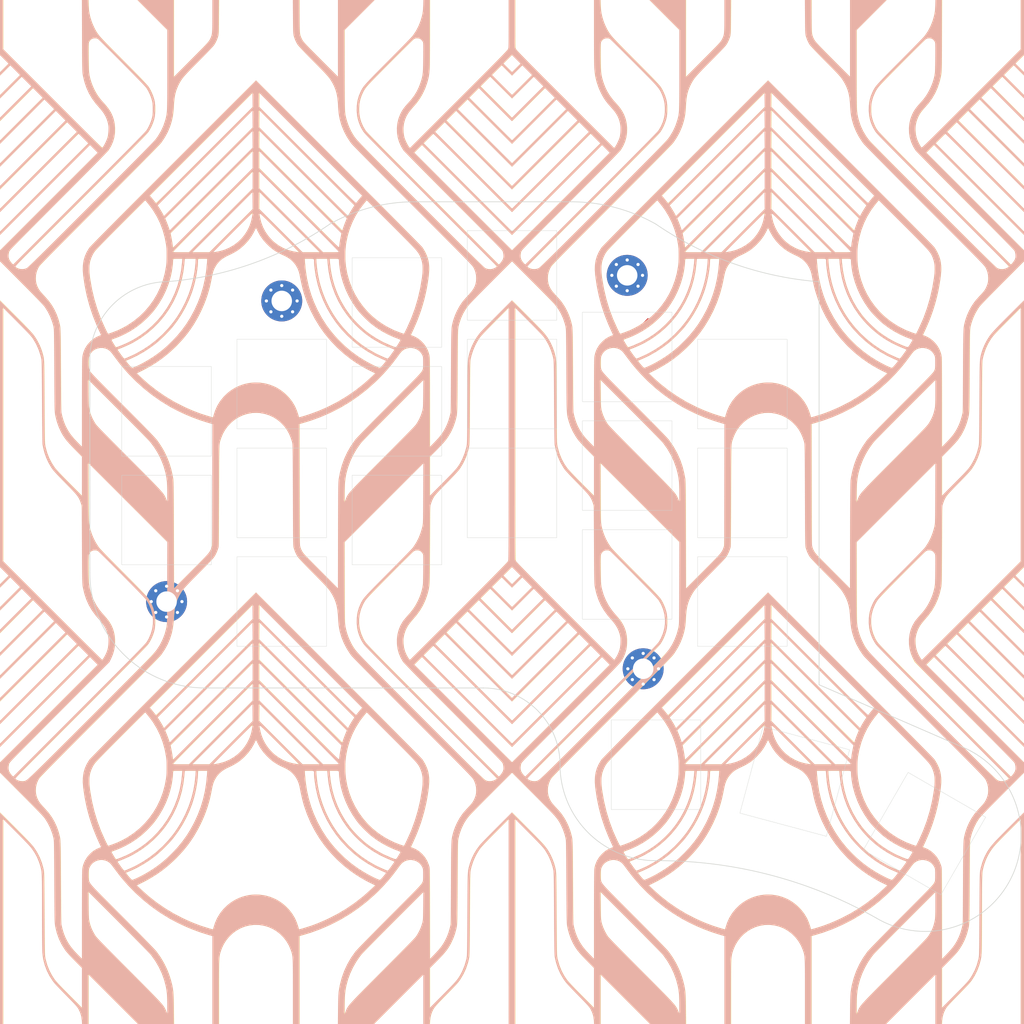
<source format=kicad_pcb>
(kicad_pcb (version 20211014) (generator pcbnew)
  (layers (0 "F.Cu" signal) (31 "B.Cu" signal) (34 "B.Paste" user) (35 "F.Paste" user) (36 "B.SilkS" user "B.Silkscreen") (37 "F.SilkS" user "F.Silkscreen") (38 "B.Mask" user) (39 "F.Mask" user) (44 "Edge.Cuts" user))
  (net 0 "")
  (footprint "MountingHole:MountingHole_3.2mm_M3_Pad_Via" (layer "F.Cu") (at 105 54)
    (fp_text reference "REF**" hide)
    (fp_text value "MountingHole_3.2mm_M3_Pad_Via" hide)
    (pad "1" thru_hole circle (at -2.4 0) (size 0.8 0.8) (drill 0.5) (layers *.Cu *.Mask))
    (pad "1" thru_hole circle (at 0 0) (size 6.4 6.4) (drill 3.2) (layers *.Cu *.Mask))
    (pad "1" thru_hole circle (at -1.697056 1.697056) (size 0.8 0.8) (drill 0.5) (layers *.Cu *.Mask))
    (pad "1" thru_hole circle (at 1.697056 1.697056) (size 0.8 0.8) (drill 0.5) (layers *.Cu *.Mask))
    (pad "1" thru_hole circle (at 0 2.4) (size 0.8 0.8) (drill 0.5) (layers *.Cu *.Mask))
    (pad "1" thru_hole circle (at 2.4 0) (size 0.8 0.8) (drill 0.5) (layers *.Cu *.Mask))
    (pad "1" thru_hole circle (at 0 -2.4) (size 0.8 0.8) (drill 0.5) (layers *.Cu *.Mask))
    (pad "1" thru_hole circle (at -1.697056 -1.697056) (size 0.8 0.8) (drill 0.5) (layers *.Cu *.Mask))
    (pad "1" thru_hole circle (at 1.697056 -1.697056) (size 0.8 0.8) (drill 0.5) (layers *.Cu *.Mask))
  )
  (footprint "MountingHole:MountingHole_3.2mm_M3_Pad_Via" (layer "F.Cu") (at 33 105)
    (fp_text reference "REF**" hide)
    (fp_text value "MountingHole_3.2mm_M3_Pad_Via" hide)
    (pad "1" thru_hole circle (at 1.697056 1.697056) (size 0.8 0.8) (drill 0.5) (layers *.Cu *.Mask))
    (pad "1" thru_hole circle (at 0 2.4) (size 0.8 0.8) (drill 0.5) (layers *.Cu *.Mask))
    (pad "1" thru_hole circle (at 0 0) (size 6.4 6.4) (drill 3.2) (layers *.Cu *.Mask))
    (pad "1" thru_hole circle (at -2.4 0) (size 0.8 0.8) (drill 0.5) (layers *.Cu *.Mask))
    (pad "1" thru_hole circle (at 1.697056 -1.697056) (size 0.8 0.8) (drill 0.5) (layers *.Cu *.Mask))
    (pad "1" thru_hole circle (at -1.697056 1.697056) (size 0.8 0.8) (drill 0.5) (layers *.Cu *.Mask))
    (pad "1" thru_hole circle (at 0 -2.4) (size 0.8 0.8) (drill 0.5) (layers *.Cu *.Mask))
    (pad "1" thru_hole circle (at -1.697056 -1.697056) (size 0.8 0.8) (drill 0.5) (layers *.Cu *.Mask))
    (pad "1" thru_hole circle (at 2.4 0) (size 0.8 0.8) (drill 0.5) (layers *.Cu *.Mask))
  )
  (footprint "MountingHole:MountingHole_3.2mm_M3_Pad_Via" (layer "F.Cu") (at 51 58)
    (fp_text reference "REF**" hide)
    (fp_text value "MountingHole_3.2mm_M3_Pad_Via" hide)
    (pad "1" thru_hole circle (at 0 0) (size 6.4 6.4) (drill 3.2) (layers *.Cu *.Mask))
    (pad "1" thru_hole circle (at 1.697056 -1.697056) (size 0.8 0.8) (drill 0.5) (layers *.Cu *.Mask))
    (pad "1" thru_hole circle (at 2.4 0) (size 0.8 0.8) (drill 0.5) (layers *.Cu *.Mask))
    (pad "1" thru_hole circle (at -1.697056 1.697056) (size 0.8 0.8) (drill 0.5) (layers *.Cu *.Mask))
    (pad "1" thru_hole circle (at 0 -2.4) (size 0.8 0.8) (drill 0.5) (layers *.Cu *.Mask))
    (pad "1" thru_hole circle (at 0 2.4) (size 0.8 0.8) (drill 0.5) (layers *.Cu *.Mask))
    (pad "1" thru_hole circle (at 1.697056 1.697056) (size 0.8 0.8) (drill 0.5) (layers *.Cu *.Mask))
    (pad "1" thru_hole circle (at -1.697056 -1.697056) (size 0.8 0.8) (drill 0.5) (layers *.Cu *.Mask))
    (pad "1" thru_hole circle (at -2.4 0) (size 0.8 0.8) (drill 0.5) (layers *.Cu *.Mask))
  )
  (footprint "MountingHole:MountingHole_3.2mm_M3_Pad_Via" (layer "F.Cu") (at 107.5 115.5)
    (fp_text reference "REF**" hide)
    (fp_text value "MountingHole_3.2mm_M3_Pad_Via" hide)
    (pad "1" thru_hole circle (at -2.4 0) (size 0.8 0.8) (drill 0.5) (layers *.Cu *.Mask))
    (pad "1" thru_hole circle (at -1.697056 -1.697056) (size 0.8 0.8) (drill 0.5) (layers *.Cu *.Mask))
    (pad "1" thru_hole circle (at 0 -2.4) (size 0.8 0.8) (drill 0.5) (layers *.Cu *.Mask))
    (pad "1" thru_hole circle (at 1.697056 -1.697056) (size 0.8 0.8) (drill 0.5) (layers *.Cu *.Mask))
    (pad "1" thru_hole circle (at 0 2.4) (size 0.8 0.8) (drill 0.5) (layers *.Cu *.Mask))
    (pad "1" thru_hole circle (at 0 0) (size 6.4 6.4) (drill 3.2) (layers *.Cu *.Mask))
    (pad "1" thru_hole circle (at 2.4 0) (size 0.8 0.8) (drill 0.5) (layers *.Cu *.Mask))
    (pad "1" thru_hole circle (at 1.697056 1.697056) (size 0.8 0.8) (drill 0.5) (layers *.Cu *.Mask))
    (pad "1" thru_hole circle (at -1.697056 1.697056) (size 0.8 0.8) (drill 0.5) (layers *.Cu *.Mask))
  )
  (footprint "LOGO" (layer "F.Cu") (at 87 91)
    (fp_text reference "G***" hide)
    (fp_text value "LOGO" hide)
  )
  (footprint "LOGO" (layer "B.Cu") (at 87 91 180)
    (fp_text reference "G***" hide)
    (fp_text value "LOGO" hide)
  )
  (gr_rect (start 98 93.75) (end 112 107.75) (layer "Edge.Cuts") (width 0.05) (fill none))
  (gr_rect (start 44 64) (end 58 78) (layer "Edge.Cuts") (width 0.05) (fill none))
  (gr_rect (start 62 85.25) (end 76 99.25) (layer "Edge.Cuts") (width 0.05) (fill none))
  (gr_line (start 72.000022 42.499978) (end 96.000022 42.499978) (layer "Edge.Cuts") (width 0.1))
  (gr_rect (start 62 68.25) (end 76 82.25) (layer "Edge.Cuts") (width 0.05) (fill none))
  (gr_arc (start 58.500022 45.999978) (mid 46.342603 52.175696) (end 33.000022 54.989566) (layer "Edge.Cuts") (width 0.1))
  (gr_poly (pts (xy 126.239689 124.54116) (xy 139.762651 128.164626) (xy 136.139184 141.687588) (xy 122.616223 138.064122)) (layer "Edge.Cuts") (width 0.05) (fill none))
  (gr_arc (start 58.500022 45.999978) (mid 65.01963 43.361324) (end 72.000022 42.499978) (layer "Edge.Cuts") (width 0.1))
  (gr_arc (start 135.000022 54.999978) (mid 121.657586 52.178547) (end 109.500022 45.999978) (layer "Edge.Cuts") (width 0.1))
  (gr_arc (start 109.500022 145.499978) (mid 127.342458 147.728972) (end 144.000022 154.499978) (layer "Edge.Cuts") (width 0.1))
  (gr_arc (start 96.000022 42.499978) (mid 102.980412 43.361329) (end 109.500022 45.999978) (layer "Edge.Cuts") (width 0.1))
  (gr_line (start 158 128) (end 135 118) (layer "Edge.Cuts") (width 0.1))
  (gr_rect (start 44 98) (end 58 112) (layer "Edge.Cuts") (width 0.05) (fill none))
  (gr_poly (pts (xy 148.91 131.7) (xy 161.034356 138.699999) (xy 154.034356 150.824356) (xy 141.910001 143.824356)) (layer "Edge.Cuts") (width 0.05) (fill none))
  (gr_arc (start 158 128) (mid 164.84113 148.562273) (end 144.000022 154.499978) (layer "Edge.Cuts") (width 0.1))
  (gr_rect (start 80 64) (end 94 78) (layer "Edge.Cuts") (width 0.05) (fill none))
  (gr_line (start 39.000022 118.499978) (end 82.500022 118.499978) (layer "Edge.Cuts") (width 0.1))
  (gr_rect (start 44 81) (end 58 95) (layer "Edge.Cuts") (width 0.05) (fill none))
  (gr_rect (start 26 68.25) (end 40 82.25) (layer "Edge.Cuts") (width 0.05) (fill none))
  (gr_rect (start 80 81) (end 94 95) (layer "Edge.Cuts") (width 0.05) (fill none))
  (gr_rect (start 116 81) (end 130 95) (layer "Edge.Cuts") (width 0.05) (fill none))
  (gr_arc (start 109.500022 145.499978) (mid 98.89342 141.10658) (end 94.500022 130.499978) (layer "Edge.Cuts") (width 0.1))
  (gr_rect (start 116 64) (end 130 78) (layer "Edge.Cuts") (width 0.05) (fill none))
  (gr_line (start 135.000022 54.999978) (end 135 118) (layer "Edge.Cuts") (width 0.1))
  (gr_arc (start 39.000022 118.499978) (mid 26.2721 113.2279) (end 21.000022 100.499978) (layer "Edge.Cuts") (width 0.1))
  (gr_rect (start 116 98) (end 130 112) (layer "Edge.Cuts") (width 0.05) (fill none))
  (gr_rect (start 80 47) (end 94 61) (layer "Edge.Cuts") (width 0.05) (fill none))
  (gr_rect (start 98 59.75) (end 112 73.75) (layer "Edge.Cuts") (width 0.05) (fill none))
  (gr_rect (start 102.5 123.5) (end 116.5 137.5) (layer "Edge.Cuts") (width 0.05) (fill none))
  (gr_arc (start 21.000022 67.499978) (mid 24.409031 58.759491) (end 33.000022 54.989566) (layer "Edge.Cuts") (width 0.1))
  (gr_line (start 21.000022 100.499978) (end 21.000022 67.499978) (layer "Edge.Cuts") (width 0.1))
  (gr_rect (start 26 85.25) (end 40 99.25) (layer "Edge.Cuts") (width 0.05) (fill none))
  (gr_rect (start 98 76.75) (end 112 90.75) (layer "Edge.Cuts") (width 0.05) (fill none))
  (gr_arc (start 82.500022 118.499978) (mid 90.985303 122.014697) (end 94.500022 130.499978) (layer "Edge.Cuts") (width 0.1))
  (gr_rect (start 62 51.25) (end 76 65.25) (layer "Edge.Cuts") (width 0.05) (fill none))
  (segment (start 107.475 61.575) (end 108.25 60.8) (width 0.2) (layer "F.Cu") (net 0))
)
</source>
